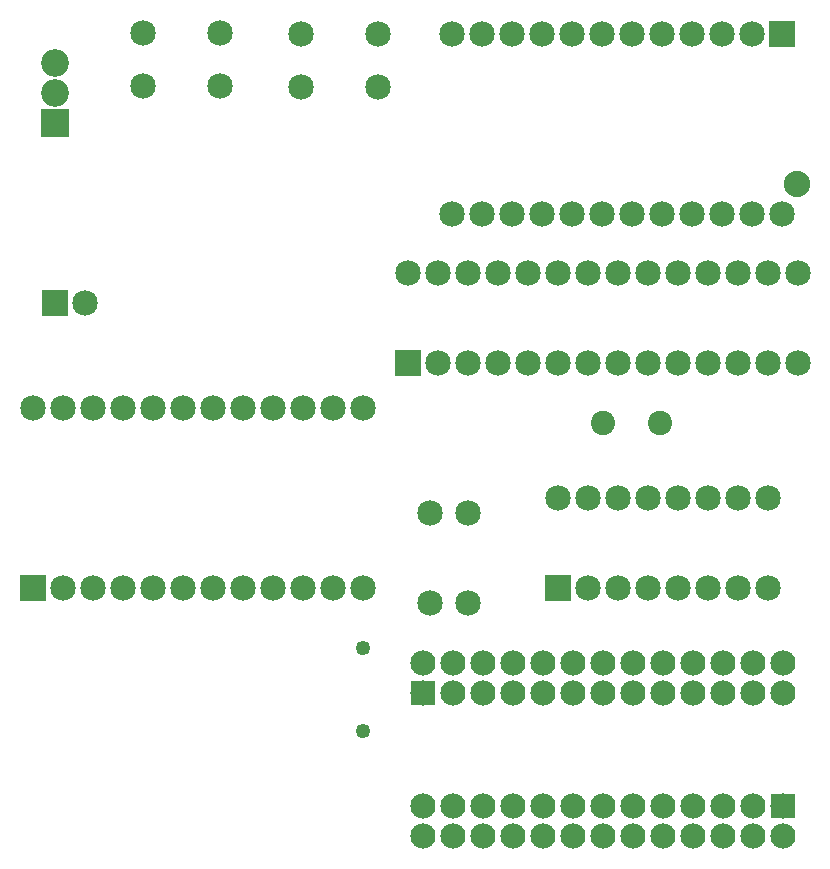
<source format=gbs>
G04 MADE WITH FRITZING*
G04 WWW.FRITZING.ORG*
G04 DOUBLE SIDED*
G04 HOLES PLATED*
G04 CONTOUR ON CENTER OF CONTOUR VECTOR*
%ASAXBY*%
%FSLAX23Y23*%
%MOIN*%
%OFA0B0*%
%SFA1.0B1.0*%
%ADD10C,0.049370*%
%ADD11C,0.084000*%
%ADD12C,0.085000*%
%ADD13C,0.092000*%
%ADD14C,0.080925*%
%ADD15C,0.080866*%
%ADD16C,0.088000*%
%ADD17R,0.084000X0.084000*%
%ADD18R,0.085000X0.085000*%
%ADD19R,0.092000X0.092000*%
%LNMASK0*%
G90*
G70*
G54D10*
X1248Y536D03*
X1248Y811D03*
G54D11*
X2648Y186D03*
X2548Y186D03*
X2448Y186D03*
X2348Y186D03*
X2248Y186D03*
X2148Y186D03*
X2048Y186D03*
X1948Y186D03*
X1848Y186D03*
X1748Y186D03*
X1648Y186D03*
X1548Y186D03*
X1448Y186D03*
X2648Y286D03*
X2548Y286D03*
X2448Y286D03*
X2348Y286D03*
X2248Y286D03*
X2148Y286D03*
X2048Y286D03*
X1948Y286D03*
X1848Y286D03*
X1748Y286D03*
X1648Y286D03*
X1548Y286D03*
X1448Y286D03*
X1448Y761D03*
X1548Y761D03*
X1648Y761D03*
X1748Y761D03*
X1848Y761D03*
X1948Y761D03*
X2048Y761D03*
X2148Y761D03*
X2248Y761D03*
X2348Y761D03*
X2448Y761D03*
X2548Y761D03*
X2648Y761D03*
X1448Y661D03*
X1548Y661D03*
X1648Y661D03*
X1748Y661D03*
X1848Y661D03*
X1948Y661D03*
X2048Y661D03*
X2148Y661D03*
X2248Y661D03*
X2348Y661D03*
X2448Y661D03*
X2548Y661D03*
X2648Y661D03*
G54D12*
X1398Y1761D03*
X1398Y2061D03*
X1498Y1761D03*
X1498Y2061D03*
X1598Y1761D03*
X1598Y2061D03*
X1698Y1761D03*
X1698Y2061D03*
X1798Y1761D03*
X1798Y2061D03*
X1898Y1761D03*
X1898Y2061D03*
X1998Y1761D03*
X1998Y2061D03*
X2098Y1761D03*
X2098Y2061D03*
X2198Y1761D03*
X2198Y2061D03*
X2298Y1761D03*
X2298Y2061D03*
X2398Y1761D03*
X2398Y2061D03*
X2498Y1761D03*
X2498Y2061D03*
X2598Y1761D03*
X2598Y2061D03*
X2698Y1761D03*
X2698Y2061D03*
X2646Y2859D03*
X2646Y2259D03*
X2546Y2859D03*
X2546Y2259D03*
X2446Y2859D03*
X2446Y2259D03*
X2346Y2859D03*
X2346Y2259D03*
X2246Y2859D03*
X2246Y2259D03*
X2146Y2859D03*
X2146Y2259D03*
X2046Y2859D03*
X2046Y2259D03*
X1946Y2859D03*
X1946Y2259D03*
X1846Y2859D03*
X1846Y2259D03*
X1746Y2859D03*
X1746Y2259D03*
X1646Y2859D03*
X1646Y2259D03*
X1546Y2859D03*
X1546Y2259D03*
X148Y1011D03*
X148Y1611D03*
X248Y1011D03*
X248Y1611D03*
X348Y1011D03*
X348Y1611D03*
X448Y1011D03*
X448Y1611D03*
X548Y1011D03*
X548Y1611D03*
X648Y1011D03*
X648Y1611D03*
X748Y1011D03*
X748Y1611D03*
X848Y1011D03*
X848Y1611D03*
X948Y1011D03*
X948Y1611D03*
X1048Y1011D03*
X1048Y1611D03*
X1148Y1011D03*
X1148Y1611D03*
X1248Y1011D03*
X1248Y1611D03*
G54D13*
X223Y2561D03*
X223Y2661D03*
X223Y2761D03*
G54D14*
X2241Y1561D03*
G54D15*
X2048Y1561D03*
G54D12*
X1898Y1011D03*
X1898Y1311D03*
X1998Y1011D03*
X1998Y1311D03*
X2098Y1011D03*
X2098Y1311D03*
X2198Y1011D03*
X2198Y1311D03*
X2298Y1011D03*
X2298Y1311D03*
X2398Y1011D03*
X2398Y1311D03*
X2498Y1011D03*
X2498Y1311D03*
X2598Y1011D03*
X2598Y1311D03*
X773Y2684D03*
X517Y2684D03*
X773Y2861D03*
X517Y2861D03*
X1298Y2682D03*
X1042Y2682D03*
X1298Y2859D03*
X1042Y2859D03*
X1598Y961D03*
X1598Y1261D03*
X1473Y961D03*
X1473Y1261D03*
G54D16*
X2696Y2359D03*
G54D12*
X223Y1961D03*
X323Y1961D03*
G54D17*
X2648Y286D03*
X1448Y661D03*
G54D18*
X1398Y1761D03*
X2646Y2859D03*
X148Y1011D03*
G54D19*
X223Y2561D03*
G54D18*
X1898Y1011D03*
X223Y1961D03*
G04 End of Mask0*
M02*
</source>
